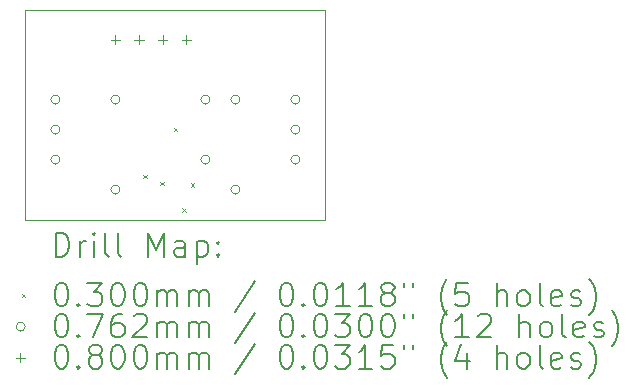
<source format=gbr>
%TF.GenerationSoftware,KiCad,Pcbnew,8.0.3*%
%TF.CreationDate,2024-07-12T00:46:38-05:00*%
%TF.ProjectId,WS2811 breakout board,57533238-3131-4206-9272-65616b6f7574,rev?*%
%TF.SameCoordinates,Original*%
%TF.FileFunction,Drillmap*%
%TF.FilePolarity,Positive*%
%FSLAX45Y45*%
G04 Gerber Fmt 4.5, Leading zero omitted, Abs format (unit mm)*
G04 Created by KiCad (PCBNEW 8.0.3) date 2024-07-12 00:46:38*
%MOMM*%
%LPD*%
G01*
G04 APERTURE LIST*
%ADD10C,0.050000*%
%ADD11C,0.200000*%
%ADD12C,0.100000*%
G04 APERTURE END LIST*
D10*
X13462000Y-7620000D02*
X16002000Y-7620000D01*
X16002000Y-9398000D01*
X13462000Y-9398000D01*
X13462000Y-7620000D01*
D11*
D12*
X14460085Y-9018035D02*
X14490085Y-9048035D01*
X14490085Y-9018035D02*
X14460085Y-9048035D01*
X14600891Y-9076977D02*
X14630891Y-9106977D01*
X14630891Y-9076977D02*
X14600891Y-9106977D01*
X14717000Y-8621000D02*
X14747000Y-8651000D01*
X14747000Y-8621000D02*
X14717000Y-8651000D01*
X14789661Y-9301420D02*
X14819661Y-9331420D01*
X14819661Y-9301420D02*
X14789661Y-9331420D01*
X14859521Y-9088868D02*
X14889521Y-9118868D01*
X14889521Y-9088868D02*
X14859521Y-9118868D01*
X13754100Y-8382000D02*
G75*
G02*
X13677900Y-8382000I-38100J0D01*
G01*
X13677900Y-8382000D02*
G75*
G02*
X13754100Y-8382000I38100J0D01*
G01*
X13754100Y-8636000D02*
G75*
G02*
X13677900Y-8636000I-38100J0D01*
G01*
X13677900Y-8636000D02*
G75*
G02*
X13754100Y-8636000I38100J0D01*
G01*
X13754100Y-8890000D02*
G75*
G02*
X13677900Y-8890000I-38100J0D01*
G01*
X13677900Y-8890000D02*
G75*
G02*
X13754100Y-8890000I38100J0D01*
G01*
X14262100Y-8382000D02*
G75*
G02*
X14185900Y-8382000I-38100J0D01*
G01*
X14185900Y-8382000D02*
G75*
G02*
X14262100Y-8382000I38100J0D01*
G01*
X14262100Y-9144000D02*
G75*
G02*
X14185900Y-9144000I-38100J0D01*
G01*
X14185900Y-9144000D02*
G75*
G02*
X14262100Y-9144000I38100J0D01*
G01*
X15024100Y-8382000D02*
G75*
G02*
X14947900Y-8382000I-38100J0D01*
G01*
X14947900Y-8382000D02*
G75*
G02*
X15024100Y-8382000I38100J0D01*
G01*
X15024100Y-8890000D02*
G75*
G02*
X14947900Y-8890000I-38100J0D01*
G01*
X14947900Y-8890000D02*
G75*
G02*
X15024100Y-8890000I38100J0D01*
G01*
X15278100Y-8382000D02*
G75*
G02*
X15201900Y-8382000I-38100J0D01*
G01*
X15201900Y-8382000D02*
G75*
G02*
X15278100Y-8382000I38100J0D01*
G01*
X15278100Y-9144000D02*
G75*
G02*
X15201900Y-9144000I-38100J0D01*
G01*
X15201900Y-9144000D02*
G75*
G02*
X15278100Y-9144000I38100J0D01*
G01*
X15786100Y-8382000D02*
G75*
G02*
X15709900Y-8382000I-38100J0D01*
G01*
X15709900Y-8382000D02*
G75*
G02*
X15786100Y-8382000I38100J0D01*
G01*
X15786100Y-8636000D02*
G75*
G02*
X15709900Y-8636000I-38100J0D01*
G01*
X15709900Y-8636000D02*
G75*
G02*
X15786100Y-8636000I38100J0D01*
G01*
X15786100Y-8890000D02*
G75*
G02*
X15709900Y-8890000I-38100J0D01*
G01*
X15709900Y-8890000D02*
G75*
G02*
X15786100Y-8890000I38100J0D01*
G01*
X14224000Y-7834000D02*
X14224000Y-7914000D01*
X14184000Y-7874000D02*
X14264000Y-7874000D01*
X14424000Y-7834000D02*
X14424000Y-7914000D01*
X14384000Y-7874000D02*
X14464000Y-7874000D01*
X14624000Y-7834000D02*
X14624000Y-7914000D01*
X14584000Y-7874000D02*
X14664000Y-7874000D01*
X14824000Y-7834000D02*
X14824000Y-7914000D01*
X14784000Y-7874000D02*
X14864000Y-7874000D01*
D11*
X13720277Y-9711984D02*
X13720277Y-9511984D01*
X13720277Y-9511984D02*
X13767896Y-9511984D01*
X13767896Y-9511984D02*
X13796467Y-9521508D01*
X13796467Y-9521508D02*
X13815515Y-9540555D01*
X13815515Y-9540555D02*
X13825039Y-9559603D01*
X13825039Y-9559603D02*
X13834562Y-9597698D01*
X13834562Y-9597698D02*
X13834562Y-9626270D01*
X13834562Y-9626270D02*
X13825039Y-9664365D01*
X13825039Y-9664365D02*
X13815515Y-9683412D01*
X13815515Y-9683412D02*
X13796467Y-9702460D01*
X13796467Y-9702460D02*
X13767896Y-9711984D01*
X13767896Y-9711984D02*
X13720277Y-9711984D01*
X13920277Y-9711984D02*
X13920277Y-9578650D01*
X13920277Y-9616746D02*
X13929801Y-9597698D01*
X13929801Y-9597698D02*
X13939324Y-9588174D01*
X13939324Y-9588174D02*
X13958372Y-9578650D01*
X13958372Y-9578650D02*
X13977420Y-9578650D01*
X14044086Y-9711984D02*
X14044086Y-9578650D01*
X14044086Y-9511984D02*
X14034562Y-9521508D01*
X14034562Y-9521508D02*
X14044086Y-9531031D01*
X14044086Y-9531031D02*
X14053610Y-9521508D01*
X14053610Y-9521508D02*
X14044086Y-9511984D01*
X14044086Y-9511984D02*
X14044086Y-9531031D01*
X14167896Y-9711984D02*
X14148848Y-9702460D01*
X14148848Y-9702460D02*
X14139324Y-9683412D01*
X14139324Y-9683412D02*
X14139324Y-9511984D01*
X14272658Y-9711984D02*
X14253610Y-9702460D01*
X14253610Y-9702460D02*
X14244086Y-9683412D01*
X14244086Y-9683412D02*
X14244086Y-9511984D01*
X14501229Y-9711984D02*
X14501229Y-9511984D01*
X14501229Y-9511984D02*
X14567896Y-9654841D01*
X14567896Y-9654841D02*
X14634562Y-9511984D01*
X14634562Y-9511984D02*
X14634562Y-9711984D01*
X14815515Y-9711984D02*
X14815515Y-9607222D01*
X14815515Y-9607222D02*
X14805991Y-9588174D01*
X14805991Y-9588174D02*
X14786943Y-9578650D01*
X14786943Y-9578650D02*
X14748848Y-9578650D01*
X14748848Y-9578650D02*
X14729801Y-9588174D01*
X14815515Y-9702460D02*
X14796467Y-9711984D01*
X14796467Y-9711984D02*
X14748848Y-9711984D01*
X14748848Y-9711984D02*
X14729801Y-9702460D01*
X14729801Y-9702460D02*
X14720277Y-9683412D01*
X14720277Y-9683412D02*
X14720277Y-9664365D01*
X14720277Y-9664365D02*
X14729801Y-9645317D01*
X14729801Y-9645317D02*
X14748848Y-9635793D01*
X14748848Y-9635793D02*
X14796467Y-9635793D01*
X14796467Y-9635793D02*
X14815515Y-9626270D01*
X14910753Y-9578650D02*
X14910753Y-9778650D01*
X14910753Y-9588174D02*
X14929801Y-9578650D01*
X14929801Y-9578650D02*
X14967896Y-9578650D01*
X14967896Y-9578650D02*
X14986943Y-9588174D01*
X14986943Y-9588174D02*
X14996467Y-9597698D01*
X14996467Y-9597698D02*
X15005991Y-9616746D01*
X15005991Y-9616746D02*
X15005991Y-9673889D01*
X15005991Y-9673889D02*
X14996467Y-9692936D01*
X14996467Y-9692936D02*
X14986943Y-9702460D01*
X14986943Y-9702460D02*
X14967896Y-9711984D01*
X14967896Y-9711984D02*
X14929801Y-9711984D01*
X14929801Y-9711984D02*
X14910753Y-9702460D01*
X15091705Y-9692936D02*
X15101229Y-9702460D01*
X15101229Y-9702460D02*
X15091705Y-9711984D01*
X15091705Y-9711984D02*
X15082182Y-9702460D01*
X15082182Y-9702460D02*
X15091705Y-9692936D01*
X15091705Y-9692936D02*
X15091705Y-9711984D01*
X15091705Y-9588174D02*
X15101229Y-9597698D01*
X15101229Y-9597698D02*
X15091705Y-9607222D01*
X15091705Y-9607222D02*
X15082182Y-9597698D01*
X15082182Y-9597698D02*
X15091705Y-9588174D01*
X15091705Y-9588174D02*
X15091705Y-9607222D01*
D12*
X13429500Y-10025500D02*
X13459500Y-10055500D01*
X13459500Y-10025500D02*
X13429500Y-10055500D01*
D11*
X13758372Y-9931984D02*
X13777420Y-9931984D01*
X13777420Y-9931984D02*
X13796467Y-9941508D01*
X13796467Y-9941508D02*
X13805991Y-9951031D01*
X13805991Y-9951031D02*
X13815515Y-9970079D01*
X13815515Y-9970079D02*
X13825039Y-10008174D01*
X13825039Y-10008174D02*
X13825039Y-10055793D01*
X13825039Y-10055793D02*
X13815515Y-10093889D01*
X13815515Y-10093889D02*
X13805991Y-10112936D01*
X13805991Y-10112936D02*
X13796467Y-10122460D01*
X13796467Y-10122460D02*
X13777420Y-10131984D01*
X13777420Y-10131984D02*
X13758372Y-10131984D01*
X13758372Y-10131984D02*
X13739324Y-10122460D01*
X13739324Y-10122460D02*
X13729801Y-10112936D01*
X13729801Y-10112936D02*
X13720277Y-10093889D01*
X13720277Y-10093889D02*
X13710753Y-10055793D01*
X13710753Y-10055793D02*
X13710753Y-10008174D01*
X13710753Y-10008174D02*
X13720277Y-9970079D01*
X13720277Y-9970079D02*
X13729801Y-9951031D01*
X13729801Y-9951031D02*
X13739324Y-9941508D01*
X13739324Y-9941508D02*
X13758372Y-9931984D01*
X13910753Y-10112936D02*
X13920277Y-10122460D01*
X13920277Y-10122460D02*
X13910753Y-10131984D01*
X13910753Y-10131984D02*
X13901229Y-10122460D01*
X13901229Y-10122460D02*
X13910753Y-10112936D01*
X13910753Y-10112936D02*
X13910753Y-10131984D01*
X13986943Y-9931984D02*
X14110753Y-9931984D01*
X14110753Y-9931984D02*
X14044086Y-10008174D01*
X14044086Y-10008174D02*
X14072658Y-10008174D01*
X14072658Y-10008174D02*
X14091705Y-10017698D01*
X14091705Y-10017698D02*
X14101229Y-10027222D01*
X14101229Y-10027222D02*
X14110753Y-10046270D01*
X14110753Y-10046270D02*
X14110753Y-10093889D01*
X14110753Y-10093889D02*
X14101229Y-10112936D01*
X14101229Y-10112936D02*
X14091705Y-10122460D01*
X14091705Y-10122460D02*
X14072658Y-10131984D01*
X14072658Y-10131984D02*
X14015515Y-10131984D01*
X14015515Y-10131984D02*
X13996467Y-10122460D01*
X13996467Y-10122460D02*
X13986943Y-10112936D01*
X14234562Y-9931984D02*
X14253610Y-9931984D01*
X14253610Y-9931984D02*
X14272658Y-9941508D01*
X14272658Y-9941508D02*
X14282182Y-9951031D01*
X14282182Y-9951031D02*
X14291705Y-9970079D01*
X14291705Y-9970079D02*
X14301229Y-10008174D01*
X14301229Y-10008174D02*
X14301229Y-10055793D01*
X14301229Y-10055793D02*
X14291705Y-10093889D01*
X14291705Y-10093889D02*
X14282182Y-10112936D01*
X14282182Y-10112936D02*
X14272658Y-10122460D01*
X14272658Y-10122460D02*
X14253610Y-10131984D01*
X14253610Y-10131984D02*
X14234562Y-10131984D01*
X14234562Y-10131984D02*
X14215515Y-10122460D01*
X14215515Y-10122460D02*
X14205991Y-10112936D01*
X14205991Y-10112936D02*
X14196467Y-10093889D01*
X14196467Y-10093889D02*
X14186943Y-10055793D01*
X14186943Y-10055793D02*
X14186943Y-10008174D01*
X14186943Y-10008174D02*
X14196467Y-9970079D01*
X14196467Y-9970079D02*
X14205991Y-9951031D01*
X14205991Y-9951031D02*
X14215515Y-9941508D01*
X14215515Y-9941508D02*
X14234562Y-9931984D01*
X14425039Y-9931984D02*
X14444086Y-9931984D01*
X14444086Y-9931984D02*
X14463134Y-9941508D01*
X14463134Y-9941508D02*
X14472658Y-9951031D01*
X14472658Y-9951031D02*
X14482182Y-9970079D01*
X14482182Y-9970079D02*
X14491705Y-10008174D01*
X14491705Y-10008174D02*
X14491705Y-10055793D01*
X14491705Y-10055793D02*
X14482182Y-10093889D01*
X14482182Y-10093889D02*
X14472658Y-10112936D01*
X14472658Y-10112936D02*
X14463134Y-10122460D01*
X14463134Y-10122460D02*
X14444086Y-10131984D01*
X14444086Y-10131984D02*
X14425039Y-10131984D01*
X14425039Y-10131984D02*
X14405991Y-10122460D01*
X14405991Y-10122460D02*
X14396467Y-10112936D01*
X14396467Y-10112936D02*
X14386943Y-10093889D01*
X14386943Y-10093889D02*
X14377420Y-10055793D01*
X14377420Y-10055793D02*
X14377420Y-10008174D01*
X14377420Y-10008174D02*
X14386943Y-9970079D01*
X14386943Y-9970079D02*
X14396467Y-9951031D01*
X14396467Y-9951031D02*
X14405991Y-9941508D01*
X14405991Y-9941508D02*
X14425039Y-9931984D01*
X14577420Y-10131984D02*
X14577420Y-9998650D01*
X14577420Y-10017698D02*
X14586943Y-10008174D01*
X14586943Y-10008174D02*
X14605991Y-9998650D01*
X14605991Y-9998650D02*
X14634563Y-9998650D01*
X14634563Y-9998650D02*
X14653610Y-10008174D01*
X14653610Y-10008174D02*
X14663134Y-10027222D01*
X14663134Y-10027222D02*
X14663134Y-10131984D01*
X14663134Y-10027222D02*
X14672658Y-10008174D01*
X14672658Y-10008174D02*
X14691705Y-9998650D01*
X14691705Y-9998650D02*
X14720277Y-9998650D01*
X14720277Y-9998650D02*
X14739324Y-10008174D01*
X14739324Y-10008174D02*
X14748848Y-10027222D01*
X14748848Y-10027222D02*
X14748848Y-10131984D01*
X14844086Y-10131984D02*
X14844086Y-9998650D01*
X14844086Y-10017698D02*
X14853610Y-10008174D01*
X14853610Y-10008174D02*
X14872658Y-9998650D01*
X14872658Y-9998650D02*
X14901229Y-9998650D01*
X14901229Y-9998650D02*
X14920277Y-10008174D01*
X14920277Y-10008174D02*
X14929801Y-10027222D01*
X14929801Y-10027222D02*
X14929801Y-10131984D01*
X14929801Y-10027222D02*
X14939324Y-10008174D01*
X14939324Y-10008174D02*
X14958372Y-9998650D01*
X14958372Y-9998650D02*
X14986943Y-9998650D01*
X14986943Y-9998650D02*
X15005991Y-10008174D01*
X15005991Y-10008174D02*
X15015515Y-10027222D01*
X15015515Y-10027222D02*
X15015515Y-10131984D01*
X15405991Y-9922460D02*
X15234563Y-10179603D01*
X15663134Y-9931984D02*
X15682182Y-9931984D01*
X15682182Y-9931984D02*
X15701229Y-9941508D01*
X15701229Y-9941508D02*
X15710753Y-9951031D01*
X15710753Y-9951031D02*
X15720277Y-9970079D01*
X15720277Y-9970079D02*
X15729801Y-10008174D01*
X15729801Y-10008174D02*
X15729801Y-10055793D01*
X15729801Y-10055793D02*
X15720277Y-10093889D01*
X15720277Y-10093889D02*
X15710753Y-10112936D01*
X15710753Y-10112936D02*
X15701229Y-10122460D01*
X15701229Y-10122460D02*
X15682182Y-10131984D01*
X15682182Y-10131984D02*
X15663134Y-10131984D01*
X15663134Y-10131984D02*
X15644086Y-10122460D01*
X15644086Y-10122460D02*
X15634563Y-10112936D01*
X15634563Y-10112936D02*
X15625039Y-10093889D01*
X15625039Y-10093889D02*
X15615515Y-10055793D01*
X15615515Y-10055793D02*
X15615515Y-10008174D01*
X15615515Y-10008174D02*
X15625039Y-9970079D01*
X15625039Y-9970079D02*
X15634563Y-9951031D01*
X15634563Y-9951031D02*
X15644086Y-9941508D01*
X15644086Y-9941508D02*
X15663134Y-9931984D01*
X15815515Y-10112936D02*
X15825039Y-10122460D01*
X15825039Y-10122460D02*
X15815515Y-10131984D01*
X15815515Y-10131984D02*
X15805991Y-10122460D01*
X15805991Y-10122460D02*
X15815515Y-10112936D01*
X15815515Y-10112936D02*
X15815515Y-10131984D01*
X15948848Y-9931984D02*
X15967896Y-9931984D01*
X15967896Y-9931984D02*
X15986944Y-9941508D01*
X15986944Y-9941508D02*
X15996467Y-9951031D01*
X15996467Y-9951031D02*
X16005991Y-9970079D01*
X16005991Y-9970079D02*
X16015515Y-10008174D01*
X16015515Y-10008174D02*
X16015515Y-10055793D01*
X16015515Y-10055793D02*
X16005991Y-10093889D01*
X16005991Y-10093889D02*
X15996467Y-10112936D01*
X15996467Y-10112936D02*
X15986944Y-10122460D01*
X15986944Y-10122460D02*
X15967896Y-10131984D01*
X15967896Y-10131984D02*
X15948848Y-10131984D01*
X15948848Y-10131984D02*
X15929801Y-10122460D01*
X15929801Y-10122460D02*
X15920277Y-10112936D01*
X15920277Y-10112936D02*
X15910753Y-10093889D01*
X15910753Y-10093889D02*
X15901229Y-10055793D01*
X15901229Y-10055793D02*
X15901229Y-10008174D01*
X15901229Y-10008174D02*
X15910753Y-9970079D01*
X15910753Y-9970079D02*
X15920277Y-9951031D01*
X15920277Y-9951031D02*
X15929801Y-9941508D01*
X15929801Y-9941508D02*
X15948848Y-9931984D01*
X16205991Y-10131984D02*
X16091706Y-10131984D01*
X16148848Y-10131984D02*
X16148848Y-9931984D01*
X16148848Y-9931984D02*
X16129801Y-9960555D01*
X16129801Y-9960555D02*
X16110753Y-9979603D01*
X16110753Y-9979603D02*
X16091706Y-9989127D01*
X16396467Y-10131984D02*
X16282182Y-10131984D01*
X16339325Y-10131984D02*
X16339325Y-9931984D01*
X16339325Y-9931984D02*
X16320277Y-9960555D01*
X16320277Y-9960555D02*
X16301229Y-9979603D01*
X16301229Y-9979603D02*
X16282182Y-9989127D01*
X16510753Y-10017698D02*
X16491706Y-10008174D01*
X16491706Y-10008174D02*
X16482182Y-9998650D01*
X16482182Y-9998650D02*
X16472658Y-9979603D01*
X16472658Y-9979603D02*
X16472658Y-9970079D01*
X16472658Y-9970079D02*
X16482182Y-9951031D01*
X16482182Y-9951031D02*
X16491706Y-9941508D01*
X16491706Y-9941508D02*
X16510753Y-9931984D01*
X16510753Y-9931984D02*
X16548848Y-9931984D01*
X16548848Y-9931984D02*
X16567896Y-9941508D01*
X16567896Y-9941508D02*
X16577420Y-9951031D01*
X16577420Y-9951031D02*
X16586944Y-9970079D01*
X16586944Y-9970079D02*
X16586944Y-9979603D01*
X16586944Y-9979603D02*
X16577420Y-9998650D01*
X16577420Y-9998650D02*
X16567896Y-10008174D01*
X16567896Y-10008174D02*
X16548848Y-10017698D01*
X16548848Y-10017698D02*
X16510753Y-10017698D01*
X16510753Y-10017698D02*
X16491706Y-10027222D01*
X16491706Y-10027222D02*
X16482182Y-10036746D01*
X16482182Y-10036746D02*
X16472658Y-10055793D01*
X16472658Y-10055793D02*
X16472658Y-10093889D01*
X16472658Y-10093889D02*
X16482182Y-10112936D01*
X16482182Y-10112936D02*
X16491706Y-10122460D01*
X16491706Y-10122460D02*
X16510753Y-10131984D01*
X16510753Y-10131984D02*
X16548848Y-10131984D01*
X16548848Y-10131984D02*
X16567896Y-10122460D01*
X16567896Y-10122460D02*
X16577420Y-10112936D01*
X16577420Y-10112936D02*
X16586944Y-10093889D01*
X16586944Y-10093889D02*
X16586944Y-10055793D01*
X16586944Y-10055793D02*
X16577420Y-10036746D01*
X16577420Y-10036746D02*
X16567896Y-10027222D01*
X16567896Y-10027222D02*
X16548848Y-10017698D01*
X16663134Y-9931984D02*
X16663134Y-9970079D01*
X16739325Y-9931984D02*
X16739325Y-9970079D01*
X17034563Y-10208174D02*
X17025039Y-10198650D01*
X17025039Y-10198650D02*
X17005991Y-10170079D01*
X17005991Y-10170079D02*
X16996468Y-10151031D01*
X16996468Y-10151031D02*
X16986944Y-10122460D01*
X16986944Y-10122460D02*
X16977420Y-10074841D01*
X16977420Y-10074841D02*
X16977420Y-10036746D01*
X16977420Y-10036746D02*
X16986944Y-9989127D01*
X16986944Y-9989127D02*
X16996468Y-9960555D01*
X16996468Y-9960555D02*
X17005991Y-9941508D01*
X17005991Y-9941508D02*
X17025039Y-9912936D01*
X17025039Y-9912936D02*
X17034563Y-9903412D01*
X17205991Y-9931984D02*
X17110753Y-9931984D01*
X17110753Y-9931984D02*
X17101230Y-10027222D01*
X17101230Y-10027222D02*
X17110753Y-10017698D01*
X17110753Y-10017698D02*
X17129801Y-10008174D01*
X17129801Y-10008174D02*
X17177420Y-10008174D01*
X17177420Y-10008174D02*
X17196468Y-10017698D01*
X17196468Y-10017698D02*
X17205991Y-10027222D01*
X17205991Y-10027222D02*
X17215515Y-10046270D01*
X17215515Y-10046270D02*
X17215515Y-10093889D01*
X17215515Y-10093889D02*
X17205991Y-10112936D01*
X17205991Y-10112936D02*
X17196468Y-10122460D01*
X17196468Y-10122460D02*
X17177420Y-10131984D01*
X17177420Y-10131984D02*
X17129801Y-10131984D01*
X17129801Y-10131984D02*
X17110753Y-10122460D01*
X17110753Y-10122460D02*
X17101230Y-10112936D01*
X17453611Y-10131984D02*
X17453611Y-9931984D01*
X17539325Y-10131984D02*
X17539325Y-10027222D01*
X17539325Y-10027222D02*
X17529801Y-10008174D01*
X17529801Y-10008174D02*
X17510753Y-9998650D01*
X17510753Y-9998650D02*
X17482182Y-9998650D01*
X17482182Y-9998650D02*
X17463134Y-10008174D01*
X17463134Y-10008174D02*
X17453611Y-10017698D01*
X17663134Y-10131984D02*
X17644087Y-10122460D01*
X17644087Y-10122460D02*
X17634563Y-10112936D01*
X17634563Y-10112936D02*
X17625039Y-10093889D01*
X17625039Y-10093889D02*
X17625039Y-10036746D01*
X17625039Y-10036746D02*
X17634563Y-10017698D01*
X17634563Y-10017698D02*
X17644087Y-10008174D01*
X17644087Y-10008174D02*
X17663134Y-9998650D01*
X17663134Y-9998650D02*
X17691706Y-9998650D01*
X17691706Y-9998650D02*
X17710753Y-10008174D01*
X17710753Y-10008174D02*
X17720277Y-10017698D01*
X17720277Y-10017698D02*
X17729801Y-10036746D01*
X17729801Y-10036746D02*
X17729801Y-10093889D01*
X17729801Y-10093889D02*
X17720277Y-10112936D01*
X17720277Y-10112936D02*
X17710753Y-10122460D01*
X17710753Y-10122460D02*
X17691706Y-10131984D01*
X17691706Y-10131984D02*
X17663134Y-10131984D01*
X17844087Y-10131984D02*
X17825039Y-10122460D01*
X17825039Y-10122460D02*
X17815515Y-10103412D01*
X17815515Y-10103412D02*
X17815515Y-9931984D01*
X17996468Y-10122460D02*
X17977420Y-10131984D01*
X17977420Y-10131984D02*
X17939325Y-10131984D01*
X17939325Y-10131984D02*
X17920277Y-10122460D01*
X17920277Y-10122460D02*
X17910753Y-10103412D01*
X17910753Y-10103412D02*
X17910753Y-10027222D01*
X17910753Y-10027222D02*
X17920277Y-10008174D01*
X17920277Y-10008174D02*
X17939325Y-9998650D01*
X17939325Y-9998650D02*
X17977420Y-9998650D01*
X17977420Y-9998650D02*
X17996468Y-10008174D01*
X17996468Y-10008174D02*
X18005992Y-10027222D01*
X18005992Y-10027222D02*
X18005992Y-10046270D01*
X18005992Y-10046270D02*
X17910753Y-10065317D01*
X18082182Y-10122460D02*
X18101230Y-10131984D01*
X18101230Y-10131984D02*
X18139325Y-10131984D01*
X18139325Y-10131984D02*
X18158373Y-10122460D01*
X18158373Y-10122460D02*
X18167896Y-10103412D01*
X18167896Y-10103412D02*
X18167896Y-10093889D01*
X18167896Y-10093889D02*
X18158373Y-10074841D01*
X18158373Y-10074841D02*
X18139325Y-10065317D01*
X18139325Y-10065317D02*
X18110753Y-10065317D01*
X18110753Y-10065317D02*
X18091706Y-10055793D01*
X18091706Y-10055793D02*
X18082182Y-10036746D01*
X18082182Y-10036746D02*
X18082182Y-10027222D01*
X18082182Y-10027222D02*
X18091706Y-10008174D01*
X18091706Y-10008174D02*
X18110753Y-9998650D01*
X18110753Y-9998650D02*
X18139325Y-9998650D01*
X18139325Y-9998650D02*
X18158373Y-10008174D01*
X18234563Y-10208174D02*
X18244087Y-10198650D01*
X18244087Y-10198650D02*
X18263134Y-10170079D01*
X18263134Y-10170079D02*
X18272658Y-10151031D01*
X18272658Y-10151031D02*
X18282182Y-10122460D01*
X18282182Y-10122460D02*
X18291706Y-10074841D01*
X18291706Y-10074841D02*
X18291706Y-10036746D01*
X18291706Y-10036746D02*
X18282182Y-9989127D01*
X18282182Y-9989127D02*
X18272658Y-9960555D01*
X18272658Y-9960555D02*
X18263134Y-9941508D01*
X18263134Y-9941508D02*
X18244087Y-9912936D01*
X18244087Y-9912936D02*
X18234563Y-9903412D01*
D12*
X13459500Y-10304500D02*
G75*
G02*
X13383300Y-10304500I-38100J0D01*
G01*
X13383300Y-10304500D02*
G75*
G02*
X13459500Y-10304500I38100J0D01*
G01*
D11*
X13758372Y-10195984D02*
X13777420Y-10195984D01*
X13777420Y-10195984D02*
X13796467Y-10205508D01*
X13796467Y-10205508D02*
X13805991Y-10215031D01*
X13805991Y-10215031D02*
X13815515Y-10234079D01*
X13815515Y-10234079D02*
X13825039Y-10272174D01*
X13825039Y-10272174D02*
X13825039Y-10319793D01*
X13825039Y-10319793D02*
X13815515Y-10357889D01*
X13815515Y-10357889D02*
X13805991Y-10376936D01*
X13805991Y-10376936D02*
X13796467Y-10386460D01*
X13796467Y-10386460D02*
X13777420Y-10395984D01*
X13777420Y-10395984D02*
X13758372Y-10395984D01*
X13758372Y-10395984D02*
X13739324Y-10386460D01*
X13739324Y-10386460D02*
X13729801Y-10376936D01*
X13729801Y-10376936D02*
X13720277Y-10357889D01*
X13720277Y-10357889D02*
X13710753Y-10319793D01*
X13710753Y-10319793D02*
X13710753Y-10272174D01*
X13710753Y-10272174D02*
X13720277Y-10234079D01*
X13720277Y-10234079D02*
X13729801Y-10215031D01*
X13729801Y-10215031D02*
X13739324Y-10205508D01*
X13739324Y-10205508D02*
X13758372Y-10195984D01*
X13910753Y-10376936D02*
X13920277Y-10386460D01*
X13920277Y-10386460D02*
X13910753Y-10395984D01*
X13910753Y-10395984D02*
X13901229Y-10386460D01*
X13901229Y-10386460D02*
X13910753Y-10376936D01*
X13910753Y-10376936D02*
X13910753Y-10395984D01*
X13986943Y-10195984D02*
X14120277Y-10195984D01*
X14120277Y-10195984D02*
X14034562Y-10395984D01*
X14282182Y-10195984D02*
X14244086Y-10195984D01*
X14244086Y-10195984D02*
X14225039Y-10205508D01*
X14225039Y-10205508D02*
X14215515Y-10215031D01*
X14215515Y-10215031D02*
X14196467Y-10243603D01*
X14196467Y-10243603D02*
X14186943Y-10281698D01*
X14186943Y-10281698D02*
X14186943Y-10357889D01*
X14186943Y-10357889D02*
X14196467Y-10376936D01*
X14196467Y-10376936D02*
X14205991Y-10386460D01*
X14205991Y-10386460D02*
X14225039Y-10395984D01*
X14225039Y-10395984D02*
X14263134Y-10395984D01*
X14263134Y-10395984D02*
X14282182Y-10386460D01*
X14282182Y-10386460D02*
X14291705Y-10376936D01*
X14291705Y-10376936D02*
X14301229Y-10357889D01*
X14301229Y-10357889D02*
X14301229Y-10310270D01*
X14301229Y-10310270D02*
X14291705Y-10291222D01*
X14291705Y-10291222D02*
X14282182Y-10281698D01*
X14282182Y-10281698D02*
X14263134Y-10272174D01*
X14263134Y-10272174D02*
X14225039Y-10272174D01*
X14225039Y-10272174D02*
X14205991Y-10281698D01*
X14205991Y-10281698D02*
X14196467Y-10291222D01*
X14196467Y-10291222D02*
X14186943Y-10310270D01*
X14377420Y-10215031D02*
X14386943Y-10205508D01*
X14386943Y-10205508D02*
X14405991Y-10195984D01*
X14405991Y-10195984D02*
X14453610Y-10195984D01*
X14453610Y-10195984D02*
X14472658Y-10205508D01*
X14472658Y-10205508D02*
X14482182Y-10215031D01*
X14482182Y-10215031D02*
X14491705Y-10234079D01*
X14491705Y-10234079D02*
X14491705Y-10253127D01*
X14491705Y-10253127D02*
X14482182Y-10281698D01*
X14482182Y-10281698D02*
X14367896Y-10395984D01*
X14367896Y-10395984D02*
X14491705Y-10395984D01*
X14577420Y-10395984D02*
X14577420Y-10262650D01*
X14577420Y-10281698D02*
X14586943Y-10272174D01*
X14586943Y-10272174D02*
X14605991Y-10262650D01*
X14605991Y-10262650D02*
X14634563Y-10262650D01*
X14634563Y-10262650D02*
X14653610Y-10272174D01*
X14653610Y-10272174D02*
X14663134Y-10291222D01*
X14663134Y-10291222D02*
X14663134Y-10395984D01*
X14663134Y-10291222D02*
X14672658Y-10272174D01*
X14672658Y-10272174D02*
X14691705Y-10262650D01*
X14691705Y-10262650D02*
X14720277Y-10262650D01*
X14720277Y-10262650D02*
X14739324Y-10272174D01*
X14739324Y-10272174D02*
X14748848Y-10291222D01*
X14748848Y-10291222D02*
X14748848Y-10395984D01*
X14844086Y-10395984D02*
X14844086Y-10262650D01*
X14844086Y-10281698D02*
X14853610Y-10272174D01*
X14853610Y-10272174D02*
X14872658Y-10262650D01*
X14872658Y-10262650D02*
X14901229Y-10262650D01*
X14901229Y-10262650D02*
X14920277Y-10272174D01*
X14920277Y-10272174D02*
X14929801Y-10291222D01*
X14929801Y-10291222D02*
X14929801Y-10395984D01*
X14929801Y-10291222D02*
X14939324Y-10272174D01*
X14939324Y-10272174D02*
X14958372Y-10262650D01*
X14958372Y-10262650D02*
X14986943Y-10262650D01*
X14986943Y-10262650D02*
X15005991Y-10272174D01*
X15005991Y-10272174D02*
X15015515Y-10291222D01*
X15015515Y-10291222D02*
X15015515Y-10395984D01*
X15405991Y-10186460D02*
X15234563Y-10443603D01*
X15663134Y-10195984D02*
X15682182Y-10195984D01*
X15682182Y-10195984D02*
X15701229Y-10205508D01*
X15701229Y-10205508D02*
X15710753Y-10215031D01*
X15710753Y-10215031D02*
X15720277Y-10234079D01*
X15720277Y-10234079D02*
X15729801Y-10272174D01*
X15729801Y-10272174D02*
X15729801Y-10319793D01*
X15729801Y-10319793D02*
X15720277Y-10357889D01*
X15720277Y-10357889D02*
X15710753Y-10376936D01*
X15710753Y-10376936D02*
X15701229Y-10386460D01*
X15701229Y-10386460D02*
X15682182Y-10395984D01*
X15682182Y-10395984D02*
X15663134Y-10395984D01*
X15663134Y-10395984D02*
X15644086Y-10386460D01*
X15644086Y-10386460D02*
X15634563Y-10376936D01*
X15634563Y-10376936D02*
X15625039Y-10357889D01*
X15625039Y-10357889D02*
X15615515Y-10319793D01*
X15615515Y-10319793D02*
X15615515Y-10272174D01*
X15615515Y-10272174D02*
X15625039Y-10234079D01*
X15625039Y-10234079D02*
X15634563Y-10215031D01*
X15634563Y-10215031D02*
X15644086Y-10205508D01*
X15644086Y-10205508D02*
X15663134Y-10195984D01*
X15815515Y-10376936D02*
X15825039Y-10386460D01*
X15825039Y-10386460D02*
X15815515Y-10395984D01*
X15815515Y-10395984D02*
X15805991Y-10386460D01*
X15805991Y-10386460D02*
X15815515Y-10376936D01*
X15815515Y-10376936D02*
X15815515Y-10395984D01*
X15948848Y-10195984D02*
X15967896Y-10195984D01*
X15967896Y-10195984D02*
X15986944Y-10205508D01*
X15986944Y-10205508D02*
X15996467Y-10215031D01*
X15996467Y-10215031D02*
X16005991Y-10234079D01*
X16005991Y-10234079D02*
X16015515Y-10272174D01*
X16015515Y-10272174D02*
X16015515Y-10319793D01*
X16015515Y-10319793D02*
X16005991Y-10357889D01*
X16005991Y-10357889D02*
X15996467Y-10376936D01*
X15996467Y-10376936D02*
X15986944Y-10386460D01*
X15986944Y-10386460D02*
X15967896Y-10395984D01*
X15967896Y-10395984D02*
X15948848Y-10395984D01*
X15948848Y-10395984D02*
X15929801Y-10386460D01*
X15929801Y-10386460D02*
X15920277Y-10376936D01*
X15920277Y-10376936D02*
X15910753Y-10357889D01*
X15910753Y-10357889D02*
X15901229Y-10319793D01*
X15901229Y-10319793D02*
X15901229Y-10272174D01*
X15901229Y-10272174D02*
X15910753Y-10234079D01*
X15910753Y-10234079D02*
X15920277Y-10215031D01*
X15920277Y-10215031D02*
X15929801Y-10205508D01*
X15929801Y-10205508D02*
X15948848Y-10195984D01*
X16082182Y-10195984D02*
X16205991Y-10195984D01*
X16205991Y-10195984D02*
X16139325Y-10272174D01*
X16139325Y-10272174D02*
X16167896Y-10272174D01*
X16167896Y-10272174D02*
X16186944Y-10281698D01*
X16186944Y-10281698D02*
X16196467Y-10291222D01*
X16196467Y-10291222D02*
X16205991Y-10310270D01*
X16205991Y-10310270D02*
X16205991Y-10357889D01*
X16205991Y-10357889D02*
X16196467Y-10376936D01*
X16196467Y-10376936D02*
X16186944Y-10386460D01*
X16186944Y-10386460D02*
X16167896Y-10395984D01*
X16167896Y-10395984D02*
X16110753Y-10395984D01*
X16110753Y-10395984D02*
X16091706Y-10386460D01*
X16091706Y-10386460D02*
X16082182Y-10376936D01*
X16329801Y-10195984D02*
X16348848Y-10195984D01*
X16348848Y-10195984D02*
X16367896Y-10205508D01*
X16367896Y-10205508D02*
X16377420Y-10215031D01*
X16377420Y-10215031D02*
X16386944Y-10234079D01*
X16386944Y-10234079D02*
X16396467Y-10272174D01*
X16396467Y-10272174D02*
X16396467Y-10319793D01*
X16396467Y-10319793D02*
X16386944Y-10357889D01*
X16386944Y-10357889D02*
X16377420Y-10376936D01*
X16377420Y-10376936D02*
X16367896Y-10386460D01*
X16367896Y-10386460D02*
X16348848Y-10395984D01*
X16348848Y-10395984D02*
X16329801Y-10395984D01*
X16329801Y-10395984D02*
X16310753Y-10386460D01*
X16310753Y-10386460D02*
X16301229Y-10376936D01*
X16301229Y-10376936D02*
X16291706Y-10357889D01*
X16291706Y-10357889D02*
X16282182Y-10319793D01*
X16282182Y-10319793D02*
X16282182Y-10272174D01*
X16282182Y-10272174D02*
X16291706Y-10234079D01*
X16291706Y-10234079D02*
X16301229Y-10215031D01*
X16301229Y-10215031D02*
X16310753Y-10205508D01*
X16310753Y-10205508D02*
X16329801Y-10195984D01*
X16520277Y-10195984D02*
X16539325Y-10195984D01*
X16539325Y-10195984D02*
X16558372Y-10205508D01*
X16558372Y-10205508D02*
X16567896Y-10215031D01*
X16567896Y-10215031D02*
X16577420Y-10234079D01*
X16577420Y-10234079D02*
X16586944Y-10272174D01*
X16586944Y-10272174D02*
X16586944Y-10319793D01*
X16586944Y-10319793D02*
X16577420Y-10357889D01*
X16577420Y-10357889D02*
X16567896Y-10376936D01*
X16567896Y-10376936D02*
X16558372Y-10386460D01*
X16558372Y-10386460D02*
X16539325Y-10395984D01*
X16539325Y-10395984D02*
X16520277Y-10395984D01*
X16520277Y-10395984D02*
X16501229Y-10386460D01*
X16501229Y-10386460D02*
X16491706Y-10376936D01*
X16491706Y-10376936D02*
X16482182Y-10357889D01*
X16482182Y-10357889D02*
X16472658Y-10319793D01*
X16472658Y-10319793D02*
X16472658Y-10272174D01*
X16472658Y-10272174D02*
X16482182Y-10234079D01*
X16482182Y-10234079D02*
X16491706Y-10215031D01*
X16491706Y-10215031D02*
X16501229Y-10205508D01*
X16501229Y-10205508D02*
X16520277Y-10195984D01*
X16663134Y-10195984D02*
X16663134Y-10234079D01*
X16739325Y-10195984D02*
X16739325Y-10234079D01*
X17034563Y-10472174D02*
X17025039Y-10462650D01*
X17025039Y-10462650D02*
X17005991Y-10434079D01*
X17005991Y-10434079D02*
X16996468Y-10415031D01*
X16996468Y-10415031D02*
X16986944Y-10386460D01*
X16986944Y-10386460D02*
X16977420Y-10338841D01*
X16977420Y-10338841D02*
X16977420Y-10300746D01*
X16977420Y-10300746D02*
X16986944Y-10253127D01*
X16986944Y-10253127D02*
X16996468Y-10224555D01*
X16996468Y-10224555D02*
X17005991Y-10205508D01*
X17005991Y-10205508D02*
X17025039Y-10176936D01*
X17025039Y-10176936D02*
X17034563Y-10167412D01*
X17215515Y-10395984D02*
X17101230Y-10395984D01*
X17158372Y-10395984D02*
X17158372Y-10195984D01*
X17158372Y-10195984D02*
X17139325Y-10224555D01*
X17139325Y-10224555D02*
X17120277Y-10243603D01*
X17120277Y-10243603D02*
X17101230Y-10253127D01*
X17291706Y-10215031D02*
X17301230Y-10205508D01*
X17301230Y-10205508D02*
X17320277Y-10195984D01*
X17320277Y-10195984D02*
X17367896Y-10195984D01*
X17367896Y-10195984D02*
X17386944Y-10205508D01*
X17386944Y-10205508D02*
X17396468Y-10215031D01*
X17396468Y-10215031D02*
X17405991Y-10234079D01*
X17405991Y-10234079D02*
X17405991Y-10253127D01*
X17405991Y-10253127D02*
X17396468Y-10281698D01*
X17396468Y-10281698D02*
X17282182Y-10395984D01*
X17282182Y-10395984D02*
X17405991Y-10395984D01*
X17644087Y-10395984D02*
X17644087Y-10195984D01*
X17729801Y-10395984D02*
X17729801Y-10291222D01*
X17729801Y-10291222D02*
X17720277Y-10272174D01*
X17720277Y-10272174D02*
X17701230Y-10262650D01*
X17701230Y-10262650D02*
X17672658Y-10262650D01*
X17672658Y-10262650D02*
X17653611Y-10272174D01*
X17653611Y-10272174D02*
X17644087Y-10281698D01*
X17853611Y-10395984D02*
X17834563Y-10386460D01*
X17834563Y-10386460D02*
X17825039Y-10376936D01*
X17825039Y-10376936D02*
X17815515Y-10357889D01*
X17815515Y-10357889D02*
X17815515Y-10300746D01*
X17815515Y-10300746D02*
X17825039Y-10281698D01*
X17825039Y-10281698D02*
X17834563Y-10272174D01*
X17834563Y-10272174D02*
X17853611Y-10262650D01*
X17853611Y-10262650D02*
X17882182Y-10262650D01*
X17882182Y-10262650D02*
X17901230Y-10272174D01*
X17901230Y-10272174D02*
X17910753Y-10281698D01*
X17910753Y-10281698D02*
X17920277Y-10300746D01*
X17920277Y-10300746D02*
X17920277Y-10357889D01*
X17920277Y-10357889D02*
X17910753Y-10376936D01*
X17910753Y-10376936D02*
X17901230Y-10386460D01*
X17901230Y-10386460D02*
X17882182Y-10395984D01*
X17882182Y-10395984D02*
X17853611Y-10395984D01*
X18034563Y-10395984D02*
X18015515Y-10386460D01*
X18015515Y-10386460D02*
X18005992Y-10367412D01*
X18005992Y-10367412D02*
X18005992Y-10195984D01*
X18186944Y-10386460D02*
X18167896Y-10395984D01*
X18167896Y-10395984D02*
X18129801Y-10395984D01*
X18129801Y-10395984D02*
X18110753Y-10386460D01*
X18110753Y-10386460D02*
X18101230Y-10367412D01*
X18101230Y-10367412D02*
X18101230Y-10291222D01*
X18101230Y-10291222D02*
X18110753Y-10272174D01*
X18110753Y-10272174D02*
X18129801Y-10262650D01*
X18129801Y-10262650D02*
X18167896Y-10262650D01*
X18167896Y-10262650D02*
X18186944Y-10272174D01*
X18186944Y-10272174D02*
X18196468Y-10291222D01*
X18196468Y-10291222D02*
X18196468Y-10310270D01*
X18196468Y-10310270D02*
X18101230Y-10329317D01*
X18272658Y-10386460D02*
X18291706Y-10395984D01*
X18291706Y-10395984D02*
X18329801Y-10395984D01*
X18329801Y-10395984D02*
X18348849Y-10386460D01*
X18348849Y-10386460D02*
X18358373Y-10367412D01*
X18358373Y-10367412D02*
X18358373Y-10357889D01*
X18358373Y-10357889D02*
X18348849Y-10338841D01*
X18348849Y-10338841D02*
X18329801Y-10329317D01*
X18329801Y-10329317D02*
X18301230Y-10329317D01*
X18301230Y-10329317D02*
X18282182Y-10319793D01*
X18282182Y-10319793D02*
X18272658Y-10300746D01*
X18272658Y-10300746D02*
X18272658Y-10291222D01*
X18272658Y-10291222D02*
X18282182Y-10272174D01*
X18282182Y-10272174D02*
X18301230Y-10262650D01*
X18301230Y-10262650D02*
X18329801Y-10262650D01*
X18329801Y-10262650D02*
X18348849Y-10272174D01*
X18425039Y-10472174D02*
X18434563Y-10462650D01*
X18434563Y-10462650D02*
X18453611Y-10434079D01*
X18453611Y-10434079D02*
X18463134Y-10415031D01*
X18463134Y-10415031D02*
X18472658Y-10386460D01*
X18472658Y-10386460D02*
X18482182Y-10338841D01*
X18482182Y-10338841D02*
X18482182Y-10300746D01*
X18482182Y-10300746D02*
X18472658Y-10253127D01*
X18472658Y-10253127D02*
X18463134Y-10224555D01*
X18463134Y-10224555D02*
X18453611Y-10205508D01*
X18453611Y-10205508D02*
X18434563Y-10176936D01*
X18434563Y-10176936D02*
X18425039Y-10167412D01*
D12*
X13419500Y-10528500D02*
X13419500Y-10608500D01*
X13379500Y-10568500D02*
X13459500Y-10568500D01*
D11*
X13758372Y-10459984D02*
X13777420Y-10459984D01*
X13777420Y-10459984D02*
X13796467Y-10469508D01*
X13796467Y-10469508D02*
X13805991Y-10479031D01*
X13805991Y-10479031D02*
X13815515Y-10498079D01*
X13815515Y-10498079D02*
X13825039Y-10536174D01*
X13825039Y-10536174D02*
X13825039Y-10583793D01*
X13825039Y-10583793D02*
X13815515Y-10621889D01*
X13815515Y-10621889D02*
X13805991Y-10640936D01*
X13805991Y-10640936D02*
X13796467Y-10650460D01*
X13796467Y-10650460D02*
X13777420Y-10659984D01*
X13777420Y-10659984D02*
X13758372Y-10659984D01*
X13758372Y-10659984D02*
X13739324Y-10650460D01*
X13739324Y-10650460D02*
X13729801Y-10640936D01*
X13729801Y-10640936D02*
X13720277Y-10621889D01*
X13720277Y-10621889D02*
X13710753Y-10583793D01*
X13710753Y-10583793D02*
X13710753Y-10536174D01*
X13710753Y-10536174D02*
X13720277Y-10498079D01*
X13720277Y-10498079D02*
X13729801Y-10479031D01*
X13729801Y-10479031D02*
X13739324Y-10469508D01*
X13739324Y-10469508D02*
X13758372Y-10459984D01*
X13910753Y-10640936D02*
X13920277Y-10650460D01*
X13920277Y-10650460D02*
X13910753Y-10659984D01*
X13910753Y-10659984D02*
X13901229Y-10650460D01*
X13901229Y-10650460D02*
X13910753Y-10640936D01*
X13910753Y-10640936D02*
X13910753Y-10659984D01*
X14034562Y-10545698D02*
X14015515Y-10536174D01*
X14015515Y-10536174D02*
X14005991Y-10526650D01*
X14005991Y-10526650D02*
X13996467Y-10507603D01*
X13996467Y-10507603D02*
X13996467Y-10498079D01*
X13996467Y-10498079D02*
X14005991Y-10479031D01*
X14005991Y-10479031D02*
X14015515Y-10469508D01*
X14015515Y-10469508D02*
X14034562Y-10459984D01*
X14034562Y-10459984D02*
X14072658Y-10459984D01*
X14072658Y-10459984D02*
X14091705Y-10469508D01*
X14091705Y-10469508D02*
X14101229Y-10479031D01*
X14101229Y-10479031D02*
X14110753Y-10498079D01*
X14110753Y-10498079D02*
X14110753Y-10507603D01*
X14110753Y-10507603D02*
X14101229Y-10526650D01*
X14101229Y-10526650D02*
X14091705Y-10536174D01*
X14091705Y-10536174D02*
X14072658Y-10545698D01*
X14072658Y-10545698D02*
X14034562Y-10545698D01*
X14034562Y-10545698D02*
X14015515Y-10555222D01*
X14015515Y-10555222D02*
X14005991Y-10564746D01*
X14005991Y-10564746D02*
X13996467Y-10583793D01*
X13996467Y-10583793D02*
X13996467Y-10621889D01*
X13996467Y-10621889D02*
X14005991Y-10640936D01*
X14005991Y-10640936D02*
X14015515Y-10650460D01*
X14015515Y-10650460D02*
X14034562Y-10659984D01*
X14034562Y-10659984D02*
X14072658Y-10659984D01*
X14072658Y-10659984D02*
X14091705Y-10650460D01*
X14091705Y-10650460D02*
X14101229Y-10640936D01*
X14101229Y-10640936D02*
X14110753Y-10621889D01*
X14110753Y-10621889D02*
X14110753Y-10583793D01*
X14110753Y-10583793D02*
X14101229Y-10564746D01*
X14101229Y-10564746D02*
X14091705Y-10555222D01*
X14091705Y-10555222D02*
X14072658Y-10545698D01*
X14234562Y-10459984D02*
X14253610Y-10459984D01*
X14253610Y-10459984D02*
X14272658Y-10469508D01*
X14272658Y-10469508D02*
X14282182Y-10479031D01*
X14282182Y-10479031D02*
X14291705Y-10498079D01*
X14291705Y-10498079D02*
X14301229Y-10536174D01*
X14301229Y-10536174D02*
X14301229Y-10583793D01*
X14301229Y-10583793D02*
X14291705Y-10621889D01*
X14291705Y-10621889D02*
X14282182Y-10640936D01*
X14282182Y-10640936D02*
X14272658Y-10650460D01*
X14272658Y-10650460D02*
X14253610Y-10659984D01*
X14253610Y-10659984D02*
X14234562Y-10659984D01*
X14234562Y-10659984D02*
X14215515Y-10650460D01*
X14215515Y-10650460D02*
X14205991Y-10640936D01*
X14205991Y-10640936D02*
X14196467Y-10621889D01*
X14196467Y-10621889D02*
X14186943Y-10583793D01*
X14186943Y-10583793D02*
X14186943Y-10536174D01*
X14186943Y-10536174D02*
X14196467Y-10498079D01*
X14196467Y-10498079D02*
X14205991Y-10479031D01*
X14205991Y-10479031D02*
X14215515Y-10469508D01*
X14215515Y-10469508D02*
X14234562Y-10459984D01*
X14425039Y-10459984D02*
X14444086Y-10459984D01*
X14444086Y-10459984D02*
X14463134Y-10469508D01*
X14463134Y-10469508D02*
X14472658Y-10479031D01*
X14472658Y-10479031D02*
X14482182Y-10498079D01*
X14482182Y-10498079D02*
X14491705Y-10536174D01*
X14491705Y-10536174D02*
X14491705Y-10583793D01*
X14491705Y-10583793D02*
X14482182Y-10621889D01*
X14482182Y-10621889D02*
X14472658Y-10640936D01*
X14472658Y-10640936D02*
X14463134Y-10650460D01*
X14463134Y-10650460D02*
X14444086Y-10659984D01*
X14444086Y-10659984D02*
X14425039Y-10659984D01*
X14425039Y-10659984D02*
X14405991Y-10650460D01*
X14405991Y-10650460D02*
X14396467Y-10640936D01*
X14396467Y-10640936D02*
X14386943Y-10621889D01*
X14386943Y-10621889D02*
X14377420Y-10583793D01*
X14377420Y-10583793D02*
X14377420Y-10536174D01*
X14377420Y-10536174D02*
X14386943Y-10498079D01*
X14386943Y-10498079D02*
X14396467Y-10479031D01*
X14396467Y-10479031D02*
X14405991Y-10469508D01*
X14405991Y-10469508D02*
X14425039Y-10459984D01*
X14577420Y-10659984D02*
X14577420Y-10526650D01*
X14577420Y-10545698D02*
X14586943Y-10536174D01*
X14586943Y-10536174D02*
X14605991Y-10526650D01*
X14605991Y-10526650D02*
X14634563Y-10526650D01*
X14634563Y-10526650D02*
X14653610Y-10536174D01*
X14653610Y-10536174D02*
X14663134Y-10555222D01*
X14663134Y-10555222D02*
X14663134Y-10659984D01*
X14663134Y-10555222D02*
X14672658Y-10536174D01*
X14672658Y-10536174D02*
X14691705Y-10526650D01*
X14691705Y-10526650D02*
X14720277Y-10526650D01*
X14720277Y-10526650D02*
X14739324Y-10536174D01*
X14739324Y-10536174D02*
X14748848Y-10555222D01*
X14748848Y-10555222D02*
X14748848Y-10659984D01*
X14844086Y-10659984D02*
X14844086Y-10526650D01*
X14844086Y-10545698D02*
X14853610Y-10536174D01*
X14853610Y-10536174D02*
X14872658Y-10526650D01*
X14872658Y-10526650D02*
X14901229Y-10526650D01*
X14901229Y-10526650D02*
X14920277Y-10536174D01*
X14920277Y-10536174D02*
X14929801Y-10555222D01*
X14929801Y-10555222D02*
X14929801Y-10659984D01*
X14929801Y-10555222D02*
X14939324Y-10536174D01*
X14939324Y-10536174D02*
X14958372Y-10526650D01*
X14958372Y-10526650D02*
X14986943Y-10526650D01*
X14986943Y-10526650D02*
X15005991Y-10536174D01*
X15005991Y-10536174D02*
X15015515Y-10555222D01*
X15015515Y-10555222D02*
X15015515Y-10659984D01*
X15405991Y-10450460D02*
X15234563Y-10707603D01*
X15663134Y-10459984D02*
X15682182Y-10459984D01*
X15682182Y-10459984D02*
X15701229Y-10469508D01*
X15701229Y-10469508D02*
X15710753Y-10479031D01*
X15710753Y-10479031D02*
X15720277Y-10498079D01*
X15720277Y-10498079D02*
X15729801Y-10536174D01*
X15729801Y-10536174D02*
X15729801Y-10583793D01*
X15729801Y-10583793D02*
X15720277Y-10621889D01*
X15720277Y-10621889D02*
X15710753Y-10640936D01*
X15710753Y-10640936D02*
X15701229Y-10650460D01*
X15701229Y-10650460D02*
X15682182Y-10659984D01*
X15682182Y-10659984D02*
X15663134Y-10659984D01*
X15663134Y-10659984D02*
X15644086Y-10650460D01*
X15644086Y-10650460D02*
X15634563Y-10640936D01*
X15634563Y-10640936D02*
X15625039Y-10621889D01*
X15625039Y-10621889D02*
X15615515Y-10583793D01*
X15615515Y-10583793D02*
X15615515Y-10536174D01*
X15615515Y-10536174D02*
X15625039Y-10498079D01*
X15625039Y-10498079D02*
X15634563Y-10479031D01*
X15634563Y-10479031D02*
X15644086Y-10469508D01*
X15644086Y-10469508D02*
X15663134Y-10459984D01*
X15815515Y-10640936D02*
X15825039Y-10650460D01*
X15825039Y-10650460D02*
X15815515Y-10659984D01*
X15815515Y-10659984D02*
X15805991Y-10650460D01*
X15805991Y-10650460D02*
X15815515Y-10640936D01*
X15815515Y-10640936D02*
X15815515Y-10659984D01*
X15948848Y-10459984D02*
X15967896Y-10459984D01*
X15967896Y-10459984D02*
X15986944Y-10469508D01*
X15986944Y-10469508D02*
X15996467Y-10479031D01*
X15996467Y-10479031D02*
X16005991Y-10498079D01*
X16005991Y-10498079D02*
X16015515Y-10536174D01*
X16015515Y-10536174D02*
X16015515Y-10583793D01*
X16015515Y-10583793D02*
X16005991Y-10621889D01*
X16005991Y-10621889D02*
X15996467Y-10640936D01*
X15996467Y-10640936D02*
X15986944Y-10650460D01*
X15986944Y-10650460D02*
X15967896Y-10659984D01*
X15967896Y-10659984D02*
X15948848Y-10659984D01*
X15948848Y-10659984D02*
X15929801Y-10650460D01*
X15929801Y-10650460D02*
X15920277Y-10640936D01*
X15920277Y-10640936D02*
X15910753Y-10621889D01*
X15910753Y-10621889D02*
X15901229Y-10583793D01*
X15901229Y-10583793D02*
X15901229Y-10536174D01*
X15901229Y-10536174D02*
X15910753Y-10498079D01*
X15910753Y-10498079D02*
X15920277Y-10479031D01*
X15920277Y-10479031D02*
X15929801Y-10469508D01*
X15929801Y-10469508D02*
X15948848Y-10459984D01*
X16082182Y-10459984D02*
X16205991Y-10459984D01*
X16205991Y-10459984D02*
X16139325Y-10536174D01*
X16139325Y-10536174D02*
X16167896Y-10536174D01*
X16167896Y-10536174D02*
X16186944Y-10545698D01*
X16186944Y-10545698D02*
X16196467Y-10555222D01*
X16196467Y-10555222D02*
X16205991Y-10574270D01*
X16205991Y-10574270D02*
X16205991Y-10621889D01*
X16205991Y-10621889D02*
X16196467Y-10640936D01*
X16196467Y-10640936D02*
X16186944Y-10650460D01*
X16186944Y-10650460D02*
X16167896Y-10659984D01*
X16167896Y-10659984D02*
X16110753Y-10659984D01*
X16110753Y-10659984D02*
X16091706Y-10650460D01*
X16091706Y-10650460D02*
X16082182Y-10640936D01*
X16396467Y-10659984D02*
X16282182Y-10659984D01*
X16339325Y-10659984D02*
X16339325Y-10459984D01*
X16339325Y-10459984D02*
X16320277Y-10488555D01*
X16320277Y-10488555D02*
X16301229Y-10507603D01*
X16301229Y-10507603D02*
X16282182Y-10517127D01*
X16577420Y-10459984D02*
X16482182Y-10459984D01*
X16482182Y-10459984D02*
X16472658Y-10555222D01*
X16472658Y-10555222D02*
X16482182Y-10545698D01*
X16482182Y-10545698D02*
X16501229Y-10536174D01*
X16501229Y-10536174D02*
X16548848Y-10536174D01*
X16548848Y-10536174D02*
X16567896Y-10545698D01*
X16567896Y-10545698D02*
X16577420Y-10555222D01*
X16577420Y-10555222D02*
X16586944Y-10574270D01*
X16586944Y-10574270D02*
X16586944Y-10621889D01*
X16586944Y-10621889D02*
X16577420Y-10640936D01*
X16577420Y-10640936D02*
X16567896Y-10650460D01*
X16567896Y-10650460D02*
X16548848Y-10659984D01*
X16548848Y-10659984D02*
X16501229Y-10659984D01*
X16501229Y-10659984D02*
X16482182Y-10650460D01*
X16482182Y-10650460D02*
X16472658Y-10640936D01*
X16663134Y-10459984D02*
X16663134Y-10498079D01*
X16739325Y-10459984D02*
X16739325Y-10498079D01*
X17034563Y-10736174D02*
X17025039Y-10726650D01*
X17025039Y-10726650D02*
X17005991Y-10698079D01*
X17005991Y-10698079D02*
X16996468Y-10679031D01*
X16996468Y-10679031D02*
X16986944Y-10650460D01*
X16986944Y-10650460D02*
X16977420Y-10602841D01*
X16977420Y-10602841D02*
X16977420Y-10564746D01*
X16977420Y-10564746D02*
X16986944Y-10517127D01*
X16986944Y-10517127D02*
X16996468Y-10488555D01*
X16996468Y-10488555D02*
X17005991Y-10469508D01*
X17005991Y-10469508D02*
X17025039Y-10440936D01*
X17025039Y-10440936D02*
X17034563Y-10431412D01*
X17196468Y-10526650D02*
X17196468Y-10659984D01*
X17148849Y-10450460D02*
X17101230Y-10593317D01*
X17101230Y-10593317D02*
X17225039Y-10593317D01*
X17453611Y-10659984D02*
X17453611Y-10459984D01*
X17539325Y-10659984D02*
X17539325Y-10555222D01*
X17539325Y-10555222D02*
X17529801Y-10536174D01*
X17529801Y-10536174D02*
X17510753Y-10526650D01*
X17510753Y-10526650D02*
X17482182Y-10526650D01*
X17482182Y-10526650D02*
X17463134Y-10536174D01*
X17463134Y-10536174D02*
X17453611Y-10545698D01*
X17663134Y-10659984D02*
X17644087Y-10650460D01*
X17644087Y-10650460D02*
X17634563Y-10640936D01*
X17634563Y-10640936D02*
X17625039Y-10621889D01*
X17625039Y-10621889D02*
X17625039Y-10564746D01*
X17625039Y-10564746D02*
X17634563Y-10545698D01*
X17634563Y-10545698D02*
X17644087Y-10536174D01*
X17644087Y-10536174D02*
X17663134Y-10526650D01*
X17663134Y-10526650D02*
X17691706Y-10526650D01*
X17691706Y-10526650D02*
X17710753Y-10536174D01*
X17710753Y-10536174D02*
X17720277Y-10545698D01*
X17720277Y-10545698D02*
X17729801Y-10564746D01*
X17729801Y-10564746D02*
X17729801Y-10621889D01*
X17729801Y-10621889D02*
X17720277Y-10640936D01*
X17720277Y-10640936D02*
X17710753Y-10650460D01*
X17710753Y-10650460D02*
X17691706Y-10659984D01*
X17691706Y-10659984D02*
X17663134Y-10659984D01*
X17844087Y-10659984D02*
X17825039Y-10650460D01*
X17825039Y-10650460D02*
X17815515Y-10631412D01*
X17815515Y-10631412D02*
X17815515Y-10459984D01*
X17996468Y-10650460D02*
X17977420Y-10659984D01*
X17977420Y-10659984D02*
X17939325Y-10659984D01*
X17939325Y-10659984D02*
X17920277Y-10650460D01*
X17920277Y-10650460D02*
X17910753Y-10631412D01*
X17910753Y-10631412D02*
X17910753Y-10555222D01*
X17910753Y-10555222D02*
X17920277Y-10536174D01*
X17920277Y-10536174D02*
X17939325Y-10526650D01*
X17939325Y-10526650D02*
X17977420Y-10526650D01*
X17977420Y-10526650D02*
X17996468Y-10536174D01*
X17996468Y-10536174D02*
X18005992Y-10555222D01*
X18005992Y-10555222D02*
X18005992Y-10574270D01*
X18005992Y-10574270D02*
X17910753Y-10593317D01*
X18082182Y-10650460D02*
X18101230Y-10659984D01*
X18101230Y-10659984D02*
X18139325Y-10659984D01*
X18139325Y-10659984D02*
X18158373Y-10650460D01*
X18158373Y-10650460D02*
X18167896Y-10631412D01*
X18167896Y-10631412D02*
X18167896Y-10621889D01*
X18167896Y-10621889D02*
X18158373Y-10602841D01*
X18158373Y-10602841D02*
X18139325Y-10593317D01*
X18139325Y-10593317D02*
X18110753Y-10593317D01*
X18110753Y-10593317D02*
X18091706Y-10583793D01*
X18091706Y-10583793D02*
X18082182Y-10564746D01*
X18082182Y-10564746D02*
X18082182Y-10555222D01*
X18082182Y-10555222D02*
X18091706Y-10536174D01*
X18091706Y-10536174D02*
X18110753Y-10526650D01*
X18110753Y-10526650D02*
X18139325Y-10526650D01*
X18139325Y-10526650D02*
X18158373Y-10536174D01*
X18234563Y-10736174D02*
X18244087Y-10726650D01*
X18244087Y-10726650D02*
X18263134Y-10698079D01*
X18263134Y-10698079D02*
X18272658Y-10679031D01*
X18272658Y-10679031D02*
X18282182Y-10650460D01*
X18282182Y-10650460D02*
X18291706Y-10602841D01*
X18291706Y-10602841D02*
X18291706Y-10564746D01*
X18291706Y-10564746D02*
X18282182Y-10517127D01*
X18282182Y-10517127D02*
X18272658Y-10488555D01*
X18272658Y-10488555D02*
X18263134Y-10469508D01*
X18263134Y-10469508D02*
X18244087Y-10440936D01*
X18244087Y-10440936D02*
X18234563Y-10431412D01*
M02*

</source>
